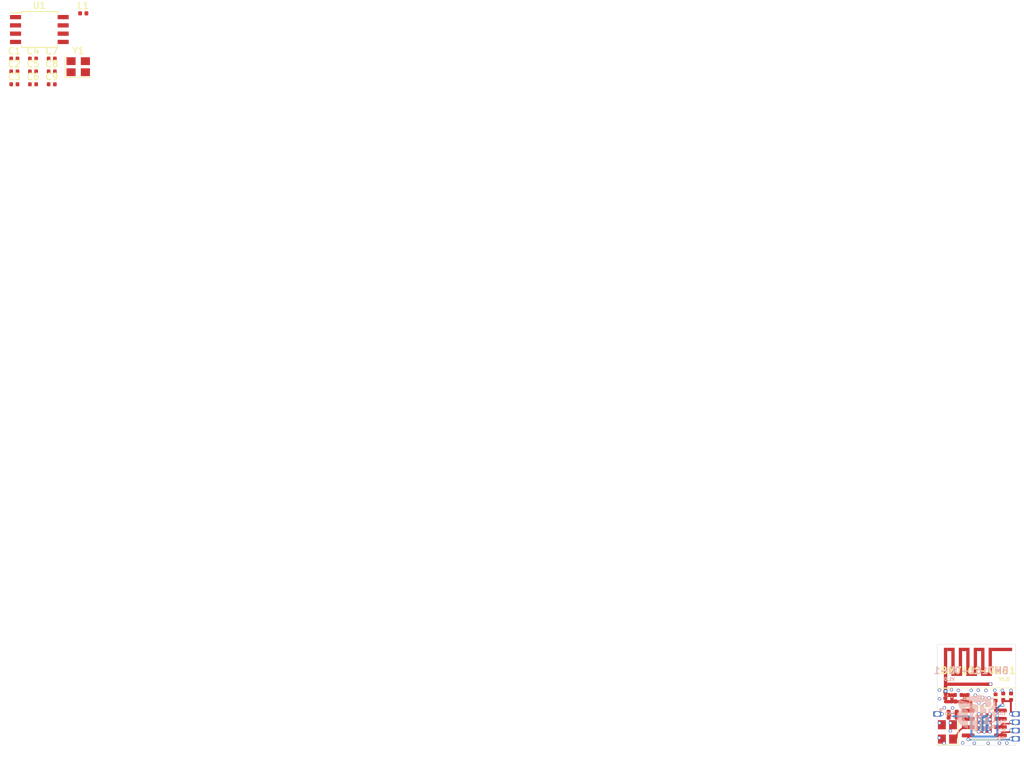
<source format=kicad_pcb>
(kicad_pcb (version 20221018) (generator pcbnew)
  (layers (0 "F.Cu" signal "Top Layer") (31 "B.Cu" signal "Bottom Layer") (34 "B.Paste" user "Bottom Paste") (35 "F.Paste" user "Top Paste") (36 "B.SilkS" user "Bottom Overlay") (37 "F.SilkS" user "Top Overlay") (38 "B.Mask" user "Bottom Solder") (39 "F.Mask" user "Top Solder") (44 "Edge.Cuts" user))
  (net 0 "")
  (net 1 "GND")
  (net 2 "IRQ")
  (net 3 "NetC1_1")
  (net 4 "NetC1_2")
  (net 5 "NetC3_1")
  (net 6 "NetU1_4")
  (net 7 "SCL")
  (net 8 "SDA")
  (net 9 "VDD")
  (net 10 "Net-(E1-A)")
  (net 11 "Net-(C1-Pad2)")
  (net 12 "Net-(C3-Pad1)")
  (net 14 "unconnected-(C5-Pad2)")
  (net 15 "unconnected-(U1-~{RESET}{slash}PB5-Pad1)")
  (net 21 "unconnected-(Y1-Pad1)")
  (footprint "Capacitor_SMD:C_0402_1005Metric" (layer "F.Cu") (at 0.935 9.405)
    (fp_text reference "C2" (at 0 -1.16) (layer "F.SilkS"))
    (fp_text value "1.8pF")
    (pad "1" smd roundrect (at -0.48 0) (size 0.56 0.62) (layers "F.Cu" "F.Paste" "F.Mask") (net 11 "Net-(C1-Pad2)"))
    (pad "2" smd roundrect (at 0.48 0) (size 0.56 0.62) (layers "F.Cu" "F.Paste" "F.Mask") (net 1 "GND"))
  )
  (footprint "Capacitor_SMD:C_0402_1005Metric" (layer "F.Cu") (at 6.675 7.435)
    (fp_text reference "C7" (at 0 -1.16) (layer "F.SilkS"))
    (fp_text value "10nF")
    (pad "1" smd roundrect (at -0.48 0) (size 0.56 0.62) (layers "F.Cu" "F.Paste" "F.Mask") (net 9 "VDD"))
    (pad "2" smd roundrect (at 0.48 0) (size 0.56 0.62) (layers "F.Cu" "F.Paste" "F.Mask") (net 1 "GND"))
  )
  (footprint "Capacitor_SMD:C_0402_1005Metric" (layer "F.Cu") (at 145.4761 108.057745 90)
    (fp_text reference "C8" hide)
    (fp_text value "10nF")
    (pad "1" smd roundrect (at -0.48 0 90) (size 0.56 0.62) (layers "F.Cu" "F.Paste" "F.Mask") (net 9 "VDD"))
    (pad "2" smd roundrect (at 0.48 0 90) (size 0.56 0.62) (layers "F.Cu" "F.Paste" "F.Mask") (net 1 "GND"))
  )
  (footprint "Crystal:Crystal_SMD_Abracon_ABM8G-4Pin_3.2x2.5mm" (layer "F.Cu") (at 10.735 8.675)
    (fp_text reference "Y1" (at 0 -2.45) (layer "F.SilkS"))
    (fp_text value "32MHz/12pF")
    (pad "1" smd rect (at -1.1 0.85) (size 1.4 1.2) (layers "F.Cu" "F.Paste" "F.Mask") (net 21 "unconnected-(Y1-Pad1)"))
    (pad "2" smd rect (at 1.1 0.85) (size 1.4 1.2) (layers "F.Cu" "F.Paste" "F.Mask") (net 1 "GND"))
    (pad "3" smd rect (at 1.1 -0.85) (size 1.4 1.2) (layers "F.Cu" "F.Paste" "F.Mask"))
    (pad "4" smd rect (at -1.1 -0.85) (size 1.4 1.2) (layers "F.Cu" "F.Paste" "F.Mask"))
  )
  (footprint "Package_SO:SOIC-8-1EP_3.9x4.9mm_P1.27mm_EP2.29x3mm_ThermalVias" (layer "F.Cu") (at 149.7011 109.332745)
    (fp_text reference "U1" hide)
    (fp_text value "~")
    (pad "1" smd roundrect (at -2.475 -1.905) (size 1.95 0.6) (layers "F.Cu" "F.Paste" "F.Mask") (net 15 "unconnected-(U1-~{RESET}{slash}PB5-Pad1)"))
    (pad "2" smd roundrect (at -2.475 -0.635) (size 1.95 0.6) (layers "F.Cu" "F.Paste" "F.Mask"))
    (pad "3" smd roundrect (at -2.475 0.635) (size 1.95 0.6) (layers "F.Cu" "F.Paste" "F.Mask"))
    (pad "4" smd roundrect (at -2.475 1.905) (size 1.95 0.6) (layers "F.Cu" "F.Paste" "F.Mask") (net 1 "GND"))
    (pad "5" smd roundrect (at 2.475 1.905) (size 1.95 0.6) (layers "F.Cu" "F.Paste" "F.Mask"))
    (pad "6" smd roundrect (at 2.475 0.635) (size 1.95 0.6) (layers "F.Cu" "F.Paste" "F.Mask"))
    (pad "7" smd roundrect (at 2.475 -0.635) (size 1.95 0.6) (layers "F.Cu" "F.Paste" "F.Mask"))
    (pad "8" smd roundrect (at 2.475 -1.905) (size 1.95 0.6) (layers "F.Cu" "F.Paste" "F.Mask") (net 9 "VDD"))
    (pad "9" thru_hole circle (at -0.65 -1) (size 0.5 0.5) (drill 0.2) (layers "*.Cu"))
    (pad "9" thru_hole circle (at -0.65 0) (size 0.5 0.5) (drill 0.2) (layers "*.Cu"))
    (pad "9" thru_hole circle (at -0.65 1) (size 0.5 0.5) (drill 0.2) (layers "*.Cu"))
    (pad "9" smd rect (at 0 0) (size 1.8 2.5) (layers "B.Cu"))
    (pad "9" smd rect (at 0 0) (size 2.29 3) (layers "F.Cu" "F.Mask"))
    (pad "9" thru_hole circle (at 0.65 -1) (size 0.5 0.5) (drill 0.2) (layers "*.Cu"))
    (pad "9" thru_hole circle (at 0.65 0) (size 0.5 0.5) (drill 0.2) (layers "*.Cu"))
    (pad "9" thru_hole circle (at 0.65 1) (size 0.5 0.5) (drill 0.2) (layers "*.Cu"))
  )
  (footprint "Capacitor_SMD:C_0402_1005Metric" (layer "F.Cu") (at 0.935 7.435)
    (fp_text reference "C1" (at 0 -1.16) (layer "F.SilkS"))
    (fp_text value "0R")
    (pad "1" smd roundrect (at -0.48 0) (size 0.56 0.62) (layers "F.Cu" "F.Paste" "F.Mask") (net 10 "Net-(E1-A)"))
    (pad "2" smd roundrect (at 0.48 0) (size 0.56 0.62) (layers "F.Cu" "F.Paste" "F.Mask") (net 11 "Net-(C1-Pad2)"))
  )
  (footprint "Capacitor_SMD:C_0402_1005Metric" (layer "F.Cu") (at 6.675 11.375)
    (fp_text reference "C9" (at 0 -1.16) (layer "F.SilkS"))
    (fp_text value "2.2uF")
    (pad "1" smd roundrect (at -0.48 0) (size 0.56 0.62) (layers "F.Cu" "F.Paste" "F.Mask") (net 9 "VDD"))
    (pad "2" smd roundrect (at 0.48 0) (size 0.56 0.62) (layers "F.Cu" "F.Paste" "F.Mask") (net 1 "GND"))
  )
  (footprint "Capacitor_SMD:C_0402_1005Metric" (layer "F.Cu") (at 144.7261 105.032745)
    (fp_text reference "C2" hide)
    (fp_text value "1.8pF")
    (pad "1" smd roundrect (at -0.48 0) (size 0.56 0.62) (layers "F.Cu" "F.Paste" "F.Mask") (net 11 "Net-(C1-Pad2)"))
    (pad "2" smd roundrect (at 0.48 0) (size 0.56 0.62) (layers "F.Cu" "F.Paste" "F.Mask") (net 1 "GND"))
  )
  (footprint "Capacitor_SMD:C_0402_1005Metric" (layer "F.Cu") (at 146.6761 105.032745)
    (fp_text reference "C3" hide)
    (fp_text value "N.C.")
    (pad "1" smd roundrect (at -0.48 0) (size 0.56 0.62) (layers "F.Cu" "F.Paste" "F.Mask") (net 12 "Net-(C3-Pad1)"))
    (pad "2" smd roundrect (at 0.48 0) (size 0.56 0.62) (layers "F.Cu" "F.Paste" "F.Mask") (net 1 "GND"))
  )
  (footprint "Inductor_SMD:L_0402_1005Metric" (layer "F.Cu") (at 145.7511 106.032745 180)
    (fp_text reference "L1" hide)
    (fp_text value "3.3nH")
    (pad "1" smd roundrect (at -0.485 0 180) (size 0.59 0.64) (layers "F.Cu" "F.Paste" "F.Mask") (net 11 "Net-(C1-Pad2)"))
    (pad "2" smd roundrect (at 0.485 0 180) (size 0.59 0.64) (layers "F.Cu" "F.Paste" "F.Mask") (net 12 "Net-(C3-Pad1)"))
  )
  (footprint "V1.PcbLib:MHDR1X1" (layer "F.Cu") (at 142.4511 106.313745 90)
    (fp_text reference "P1" hide)
    (fp_text value "Header 1" hide)
    (pad "1" thru_hole roundrect (at -1.634 0.05 90) (size 0.8128 1.27) (drill oval 0.6096 0.8128) (layers "*.Cu" "*.Mask") (roundrect_rratio 0.1) (net 1 "GND"))
  )
  (footprint "Capacitor_SMD:C_0402_1005Metric" (layer "F.Cu") (at 3.805 7.435)
    (fp_text reference "C4" (at 0 -1.16) (layer "F.SilkS"))
    (fp_text value "1pF")
    (pad "1" smd roundrect (at -0.48 0) (size 0.56 0.62) (layers "F.Cu" "F.Paste" "F.Mask") (net 12 "Net-(C3-Pad1)"))
    (pad "2" smd roundrect (at 0.48 0) (size 0.56 0.62) (layers "F.Cu" "F.Paste" "F.Mask"))
  )
  (footprint "Inductor_SMD:L_0402_1005Metric" (layer "F.Cu") (at 11.505 0.495)
    (fp_text reference "L1" (at 0 -1.17) (layer "F.SilkS"))
    (fp_text value "3.3nH")
    (pad "1" smd roundrect (at -0.485 0) (size 0.59 0.64) (layers "F.Cu" "F.Paste" "F.Mask") (net 11 "Net-(C1-Pad2)"))
    (pad "2" smd roundrect (at 0.485 0) (size 0.59 0.64) (layers "F.Cu" "F.Paste" "F.Mask") (net 12 "Net-(C3-Pad1)"))
  )
  (footprint "Package_SO:SOIC-8W_5.3x5.3mm_P1.27mm" (layer "F.Cu") (at 4.775 2.975)
    (fp_text reference "U1" (at 0 -3.68) (layer "F.SilkS"))
    (fp_text value "~")
    (pad "1" smd rect (at -3.65 -1.905) (size 1.7 0.65) (layers "F.Cu" "F.Paste" "F.Mask") (net 15 "unconnected-(U1-~{RESET}{slash}PB5-Pad1)"))
    (pad "2" smd rect (at -3.65 -0.635) (size 1.7 0.65) (layers "F.Cu" "F.Paste" "F.Mask"))
    (pad "3" smd rect (at -3.65 0.635) (size 1.7 0.65) (layers "F.Cu" "F.Paste" "F.Mask"))
    (pad "4" smd rect (at -3.65 1.905) (size 1.7 0.65) (layers "F.Cu" "F.Paste" "F.Mask") (net 1 "GND"))
    (pad "5" smd rect (at 3.65 1.905) (size 1.7 0.65) (layers "F.Cu" "F.Paste" "F.Mask"))
    (pad "6" smd rect (at 3.65 0.635) (size 1.7 0.65) (layers "F.Cu" "F.Paste" "F.Mask"))
    (pad "7" smd rect (at 3.65 -0.635) (size 1.7 0.65) (layers "F.Cu" "F.Paste" "F.Mask"))
    (pad "8" smd rect (at 3.65 -1.905) (size 1.7 0.65) (layers "F.Cu" "F.Paste" "F.Mask") (net 9 "VDD"))
  )
  (footprint "Capacitor_SMD:C_0402_1005Metric" (layer "F.Cu") (at 3.805 9.405)
    (fp_text reference "C5" (at 0 -1.16) (layer "F.SilkS"))
    (fp_text value "1uF")
    (pad "1" smd roundrect (at -0.48 0) (size 0.56 0.62) (layers "F.Cu" "F.Paste" "F.Mask") (net 1 "GND"))
    (pad "2" smd roundrect (at 0.48 0) (size 0.56 0.62) (layers "F.Cu" "F.Paste" "F.Mask") (net 14 "unconnected-(C5-Pad2)"))
  )
  (footprint "Capacitor_SMD:C_0402_1005Metric" (layer "F.Cu") (at 152.6011 105.297745 -90)
    (fp_text reference "C6" hide)
    (fp_text value "2.2uF")
    (pad "1" smd roundrect (at -0.48 0 270) (size 0.56 0.62) (layers "F.Cu" "F.Paste" "F.Mask") (net 1 "GND"))
    (pad "2" smd roundrect (at 0.48 0 270) (size 0.56 0.62) (layers "F.Cu" "F.Paste" "F.Mask") (net 9 "VDD"))
  )
  (footprint "Capacitor_SMD:C_0402_1005Metric" (layer "F.Cu") (at 153.8011 105.297745 90)
    (fp_text reference "C7" hide)
    (fp_text value "10nF")
    (pad "1" smd roundrect (at -0.48 0 90) (size 0.56 0.62) (layers "F.Cu" "F.Paste" "F.Mask") (net 9 "VDD"))
    (pad "2" smd roundrect (at 0.48 0 90) (size 0.56 0.62) (layers "F.Cu" "F.Paste" "F.Mask") (net 1 "GND"))
  )
  (footprint "Capacitor_SMD:C_0402_1005Metric" (layer "F.Cu") (at 0.935 11.375)
    (fp_text reference "C3" (at 0 -1.16) (layer "F.SilkS"))
    (fp_text value "N.C.")
    (pad "1" smd roundrect (at -0.48 0) (size 0.56 0.62) (layers "F.Cu" "F.Paste" "F.Mask") (net 12 "Net-(C3-Pad1)"))
    (pad "2" smd roundrect (at 0.48 0) (size 0.56 0.62) (layers "F.Cu" "F.Paste" "F.Mask") (net 1 "GND"))
  )
  (footprint "Capacitor_SMD:C_0402_1005Metric" (layer "F.Cu") (at 6.675 9.405)
    (fp_text reference "C8" (at 0 -1.16) (layer "F.SilkS"))
    (fp_text value "10nF")
    (pad "1" smd roundrect (at -0.48 0) (size 0.56 0.62) (layers "F.Cu" "F.Paste" "F.Mask") (net 9 "VDD"))
    (pad "2" smd roundrect (at 0.48 0) (size 0.56 0.62) (layers "F.Cu" "F.Paste" "F.Mask") (net 1 "GND"))
  )
  (footprint "Capacitor_SMD:C_0402_1005Metric" (layer "F.Cu") (at 3.805 11.375)
    (fp_text reference "C6" (at 0 -1.16) (layer "F.SilkS"))
    (fp_text value "2.2uF")
    (pad "1" smd roundrect (at -0.48 0) (size 0.56 0.62) (layers "F.Cu" "F.Paste" "F.Mask") (net 1 "GND"))
    (pad "2" smd roundrect (at 0.48 0) (size 0.56 0.62) (layers "F.Cu" "F.Paste" "F.Mask") (net 9 "VDD"))
  )
  (footprint "Capacitor_SMD:C_0402_1005Metric" (layer "F.Cu") (at 151.4261 105.417745 -90)
    (fp_text reference "C5" hide)
    (fp_text value "1uF")
    (pad "1" smd roundrect (at -0.48 0 270) (size 0.56 0.62) (layers "F.Cu" "F.Paste" "F.Mask") (net 1 "GND"))
    (pad "2" smd roundrect (at 0.48 0 270) (size 0.56 0.62) (layers "F.Cu" "F.Paste" "F.Mask") (net 14 "unconnected-(C5-Pad2)"))
  )
  (footprint "Capacitor_SMD:C_0402_1005Metric" (layer "F.Cu") (at 146.6761 106.082745)
    (fp_text reference "C4" hide)
    (fp_text value "1pF")
    (pad "1" smd roundrect (at -0.48 0) (size 0.56 0.62) (layers "F.Cu" "F.Paste" "F.Mask") (net 12 "Net-(C3-Pad1)"))
    (pad "2" smd roundrect (at 0.48 0) (size 0.56 0.62) (layers "F.Cu" "F.Paste" "F.Mask"))
  )
  (footprint "Capacitor_SMD:C_0402_1005Metric" (layer "F.Cu") (at 143.7261 105.057745 -90)
    (fp_text reference "C1" hide)
    (fp_text value "0R")
    (pad "1" smd roundrect (at -0.48 0 270) (size 0.56 0.62) (layers "F.Cu" "F.Paste" "F.Mask") (net 10 "Net-(E1-A)"))
    (pad "2" smd roundrect (at 0.48 0 270) (size 0.56 0.62) (layers "F.Cu" "F.Paste" "F.Mask") (net 11 "Net-(C1-Pad2)"))
  )
  (footprint "ANT1_7_4_6(3.6).PcbLib:2.4G_B_6_4" (layer "F.Cu") (at 143.5011 104.907745)
    (fp_text reference "Designator16" hide)
    (fp_text value "Comment" hide)
    (pad "0" smd rect (at 0.254 -4.064) (size 0.508 6.096) (layers "F.Cu" "F.Paste" "F.Mask"))
    (pad "0" smd rect (at 0.254 -0.7874 180) (size 0.508 1.27) (layers "F.Cu" "F.Paste" "F.Mask"))
    (pad "0" smd rect (at 1.0795 -6.858 90) (size 0.508 1.143) (layers "F.Cu" "F.Paste" "F.Mask"))
    (pad "0" smd rect (at 1.397 -4.699 180) (size 0.508 3.81) (layers "F.Cu" "F.Paste" "F.Mask"))
    (pad "0" smd rect (at 2.2225 -3.048 90) (size 0.508 1.143) (layers "F.Cu" "F.Paste" "F.Mask"))
    (pad "0" smd rect (at 2.54 -5.207 180) (size 0.508 3.81) (layers "F.Cu" "F.Paste" "F.Mask"))
    (pad "0" smd rect (at 3.3655 -6.858 90) (size 0.508 1.143) (layers "F.Cu" "F.Paste" "F.Mask"))
    (pad "0" smd rect (at 3.683 -4.699 180) (size 0.508 3.81) (layers "F.Cu" "F.Paste" "F.Mask"))
    (pad "0" smd rect (at 3.937 -1.524 90) (size 0.508 6.858) (layers "F.Cu" "F.Paste" "F.Mask"))
    (pad "0" smd rect (at 4.5085 -3.048 90) (size 0.508 1.143) (layers "F.Cu" "F.Paste" "F.Mask"))
    (pad "0" smd rect (at 4.826 -5.207 180) (size 0.508 3.81) (layers "F.Cu" "F.Paste" "F.Mask"))
    (pad "0" smd rect (at 5.6515 -6.858 90) (size 0.508 1.143) (layers "F.Cu" "F.Paste" "F.Mask"))
    (pad "0" smd rect (at 5.969 -4.699 180) (size 0.508 3.81) (layers "F.Cu" "F.Paste" "F.Mask"))
    (pad "0" smd rect (at 6.7945 -3.048 90) (size 0.508 1.143) (layers "F.Cu" "F.Paste" "F.Mask"))
    (pad "0" smd rect (at 7.112 -5.207 180) (size 0.508 3.81) (layers "F.Cu" "F.Paste" "F.Mask"))
    (pad "0" smd rect (at 8.9154 -6.858 90) (size 0.508 3.1) (layers "F.Cu" "F.Paste" "F.Mask"))
    (pad "1" thru_hole circle (at 0.254 -0.4572 270) (size 0.6 0.6) (drill 0.3048) (layers "*.Cu" "*.Mask") (net 3 "NetC1_1"))
    (pad "2" smd rect (at 6.9596 -1.524) (size 0.9 0.5) (layers "F.Cu" "F.Paste" "F.Mask") (net 1 "GND"))
  )
  (footprint "Capacitor_SMD:C_0402_1005Metric" (layer "F.Cu") (at 144.2261 108.057745 90)
    (fp_text reference "C9" hide)
    (fp_text value "2.2uF")
    (pad "1" smd roundrect (at -0.48 0 90) (size 0.56 0.62) (layers "F.Cu" "F.Paste" "F.Mask") (net 9 "VDD"))
    (pad "2" smd roundrect (at 0.48 0 90) (size 0.56 0.62) (layers "F.Cu" "F.Paste" "F.Mask") (net 1 "GND"))
  )
  (footprint "Crystal:Crystal_SMD_Abracon_ABM8G-4Pin_3.2x2.5mm" (layer "F.Cu") (at 144.0511 110.697745 90)
    (fp_text reference "Y1" hide)
    (fp_text value "32MHz/12pF")
    (pad "1" smd rect (at -1.1 0.85 90) (size 1.4 1.2) (layers "F.Cu" "F.Paste" "F.Mask") (net 21 "unconnected-(Y1-Pad1)"))
    (pad "2" smd rect (at 1.1 0.85 90) (size 1.4 1.2) (layers "F.Cu" "F.Paste" "F.Mask") (net 1 "GND"))
    (pad "3" smd rect (at 1.1 -0.85 90) (size 1.4 1.2) (layers "F.Cu" "F.Paste" "F.Mask"))
    (pad "4" smd rect (at -1.1 -0.85 90) (size 1.4 1.2) (layers "F.Cu" "F.Paste" "F.Mask"))
  )
  (footprint "V1.PcbLib:MHDR1X4" (layer "F.Cu") (at 154.5011 111.757745 90)
    (fp_text reference "P2" hide)
    (fp_text value "Header 4" hide)
    (pad "1" thru_hole roundrect (at 0 0 90) (size 0.8128 1.27) (drill oval 0.6096 0.8128) (layers "*.Cu" "*.Mask") (roundrect_rratio 0.1) (net 2 "IRQ"))
    (pad "2" thru_hole roundrect (at 1.27 0 90) (size 0.8128 1.27) (drill oval 0.6096 0.8128) (layers "*.Cu" "*.Mask") (roundrect_rratio 0.1) (net 7 "SCL"))
    (pad "3" thru_hole roundrect (at 2.54 0 90) (size 0.8128 1.27) (drill oval 0.6096 0.8128) (layers "*.Cu" "*.Mask") (roundrect_rratio 0.1) (net 8 "SDA"))
    (pad "4" thru_hole roundrect (at 3.81 0 90) (size 0.8128 1.27) (drill oval 0.61 0.8128) (layers "*.Cu" "*.Mask") (roundrect_rratio 0.1) (net 9 "VDD"))
  )
  (footprint "C:_Users_zhengzicong_Desktop_10DFN_BM7161-00-1.PcbLib_logo_0.8" (layer "B.Cu") (at 148.5011 107.957745 180)
    (fp_text reference "Designator6" hide)
    (fp_text value "Comment" hide)
  )
  (gr_arc (start 143.0511 107.307745) (mid 143.033422 107.300423) (end 143.0261 107.282745) (stroke (width 0.5)) (layer "B.SilkS"))
  (gr_line (start 142.5511 103.947745) (end 154.4761 103.947745) (stroke (width 0.076)) (layer "F.SilkS"))
  (gr_arc (start 143.0511 107.307745) (mid 143.033422 107.300423) (end 143.0261 107.282745) (stroke (width 0.5)) (layer "F.SilkS"))
  (gr_line (start 142.5011 97.249455) (end 142.5111 97.259455) (stroke (width 0.05)) (layer "Edge.Cuts"))
  (gr_line (start 142.5011 112.757745) (end 142.5011 97.249455) (stroke (width 0.05)) (layer "Edge.Cuts"))
  (gr_line (start 154.5011 97.259455) (end 154.5011 112.757745) (stroke (width 0.05)) (layer "Edge.Cuts"))
  (gr_line (start 142.5111 97.259455) (end 154.5011 97.259455) (stroke (width 0.05)) (layer "Edge.Cuts"))
  (gr_line (start 154.5011 112.757745) (end 142.5011 112.757745) (stroke (width 0.05)) (layer "Edge.Cuts"))
  (gr_text "BM7161-00-1" (at 153.5511 101.882745 360) (layer "B.SilkS") (effects (font (size 1.016 1.016) (thickness 0.2032)) (justify left bottom mirror)))
  (gr_text "IRQ" (at 153.1011 111.982745) (layer "B.SilkS") (effects (font (size 0.5 0.5) (thickness 0.1)) (justify left bottom mirror)))
  (gr_text "SDA" (at 153.1011 109.432745) (layer "B.SilkS") (effects (font (size 0.5 0.5) (thickness 0.1)) (justify left bottom mirror)))
  (gr_text "VDD" (at 153.0761 108.157745) (layer "B.SilkS") (effects (font (size 0.5 0.5) (thickness 0.1)) (justify left bottom mirror)))
  (gr_text "V1.0" (at 145.2511 102.907745 360) (layer "B.SilkS") (effects (font (size 0.508 0.508) (thickness 0.254) bold) (justify left bottom mirror)))
  (gr_text "SCL" (at 153.1011 110.707745) (layer "B.SilkS") (effects (font (size 0.5 0.5) (thickness 0.1)) (justify left bottom mirror)))
  (gr_text "GND" (at 145.2511 108.182745) (layer "B.SilkS") (effects (font (size 0.5 0.5) (thickness 0.1)) (justify left bottom mirror)))
  (gr_text "BM7161-00-1" (at 142.9011 101.882745) (layer "F.SilkS") (effects (font (size 1.016 1.016) (thickness 0.2032)) (justify left bottom)))
  (gr_text "V1.0" (at 151.8511 102.907745 360) (layer "F.SilkS") (effects (font (size 0.508 0.508) (thickness 0.254) bold) (justify left bottom)))
  (via (at 148.7761 104.307745) (size 0.508) (drill 0.35) (layers "F.Cu" "B.Cu") (net 1))
  (via (at 148.8511 110.682745) (size 0.508) (drill 0.35) (layers "F.Cu" "B.Cu") (net 1))
  (via (at 143.5761 107.007745) (size 0.508) (drill 0.35) (layers "F.Cu" "B.Cu") (net 1))
  (via (at 142.8261 104.282745) (size 0.508) (drill 0.35) (layers "F.Cu" "B.Cu") (net 1))
  (via (at 152.4761 104.332745) (size 0.508) (drill 0.35) (layers "F.Cu" "B.Cu") (net 1))
  (via (at 148.1761 112.432745) (size 0.508) (drill 0.35) (layers "F.Cu" "B.Cu") (net 1))
  (via (at 150.4261 105.482745) (size 0.508) (drill 0.35) (layers "F.Cu" "B.Cu") (net 1))
  (via (at 150.6511 103.382745) (size 0.508) (drill 0.381) (layers "F.Cu" "B.Cu") (net 1))
  (via (at 150.5261 110.682745) (size 0.508) (drill 0.35) (layers "F.Cu" "B.Cu") (net 1))
  (via (at 144.5011 109.332745) (size 0.508) (drill 0.35) (layers "F.Cu" "B.Cu") (net 1))
  (via (at 148.8511 106.232745) (size 0.508) (drill 0.35) (layers "F.Cu" "B.Cu") (net 1))
  (via (at 142.8011 111.607745) (size 0.508) (drill 0.35) (layers "F.Cu" "B.Cu") (net 1))
  (via (at 142.8261 109.332745) (size 0.508) (drill 0.35) (layers "F.Cu" "B.Cu") (net 1))
  (via (at 148.3261 105.057745) (size 0.508) (drill 0.35) (layers "F.Cu" "B.Cu") (net 1))
  (via (at 142.8261 105.607745) (size 0.508) (drill 0.35) (layers "F.Cu" "B.Cu") (net 1))
  (via (at 148.8761 108.807745) (size 0.508) (drill 0.35) (layers "F.Cu" "B.Cu") (net 1))
  (via (at 147.7011 104.332745) (size 0.508) (drill 0.35) (layers "F.Cu" "B.Cu") (net 1))
  (via (at 150.5261 109.657745) (size 0.508) (drill 0.35) (layers "F.Cu" "B.Cu") (net 1))
  (via (at 152.0261 112.407745) (size 0.508) (drill 0.35) (layers "F.Cu" "B.Cu") (net 1))
  (via (at 144.5011 110.532745) (size 0.508) (drill 0.35) (layers "F.Cu" "B.Cu") (net 1))
  (via (at 145.7261 104.332745) (size 0.508) (drill 0.35) (layers "F.Cu" "B.Cu") (net 1))
  (via (at 144.8261 107.032745) (size 0.508) (drill 0.35) (layers "F.Cu" "B.Cu") (net 1))
  (via (at 149.9511 104.332745) (size 0.508) (drill 0.35) (layers "F.Cu" "B.Cu") (net 1))
  (via (at 149.6761 107.932745) (size 0.508) (drill 0.35) (layers "F.Cu" "B.Cu") (net 1))
  (via (at 149.7011 108.782745) (size 0.508) (drill 0.35) (layers "F.Cu" "B.Cu") (net 1))
  (via (at 150.3011 112.432745) (size 0.508) (drill 0.35) (layers "F.Cu" "B.Cu") (net 1))
  (via (at 153.8011 104.332745) (size 0.508) (drill 0.35) (layers "F.Cu" "B.Cu") (net 1))
  (via (at 148.8511 109.657745) (size 0.508) (drill 0.35) (layers "F.Cu" "B.Cu") (net 1))
  (via (at 153.1511 112.407745) (size 0.508) (drill 0.35) (layers "F.Cu" "B.Cu") (net 1))
  (via (at 151.3011 104.332745) (size 0.508) (drill 0.35) (layers "F.Cu" "B.Cu") (net 1))
  (via (at 150.5261 108.782745) (size 0.508) (drill 0.35) (layers "F.Cu" "B.Cu") (net 1))
  (via (at 148.8511 107.932745) (size 0.508) (drill 0.35) (layers "F.Cu" "B.Cu") (net 1))
  (via (at 143.2261 107.957745) (size 0.508) (drill 0.35) (layers "F.Cu" "B.Cu") (net 1))
  (via (at 150.5511 107.932745) (size 0.508) (drill 0.35) (layers "F.Cu" "B.Cu") (net 1))
  (via (at 149.7011 110.682745) (size 0.508) (drill 0.35) (layers "F.Cu" "B.Cu") (net 1))
  (via (at 143.5261 112.432745) (size 0.508) (drill 0.35) (layers "F.Cu" "B.Cu") (net 1))
  (via (at 149.7261 106.557745) (size 0.508) (drill 0.35) (layers "F.Cu" "B.Cu") (net 1))
  (via (at 149.7011 109.657745) (size 0.508) (drill 0.35) (layers "F.Cu" "B.Cu") (net 1))
  (via (at 149.4011 105.432745) (size 0.508) (drill 0.35) (layers "F.Cu" "B.Cu") (net 1))
  (via (at 144.6511 104.232745) (size 0.508) (drill 0.35) (layers "F.Cu" "B.Cu") (net 1))
  (segment (start 147.1011 111.237745) (end 147.2261 111.362745) (width 0.254) (layer "F.Cu") (net 2))
  (segment (start 147.2261 111.932745) (end 147.2261 111.362745) (width 0.254) (layer "F.Cu") (net 2))
  (via (at 153.7761 111.757745) (size 0.508) (drill 0.35) (layers "F.Cu" "B.Cu") (net 2))
  (via (at 147.2261 111.857745) (size 0.508) (drill 0.35) (layers "F.Cu" "B.Cu") (net 2))
  (segment (start 147.3551 111.884745) (end 153.6491 111.884745) (width 0.254) (layer "B.Cu") (net 2))
  (segment (start 153.7761 111.757745) (end 154.5011 111.757745) (width 0.254) (layer "B.Cu") (net 2))
  (segment (start 147.3531 111.882745) (end 147.3551 111.884745) (width 0.254) (layer "B.Cu") (net 2))
  (segment (start 153.6491 111.884745) (end 153.7761 111.757745) (width 0.254) (layer "B.Cu") (net 2))
  (segment (start 143.7515 105.032745) (end 143.7515 104.257745) (width 0.5) (layer "F.Cu") (net 3))
  (segment (start 143.7515 106.065745) (end 144.7341 106.065745) (width 0.5) (layer "F.Cu") (net 4))
  (segment (start 144.7341 106.065745) (end 144.7341 105.007345) (width 0.5) (layer "F.Cu") (net 4))
  (segment (start 145.7431 106.058145) (end 146.68411 106.058145) (width 0.5) (layer "F.Cu") (net 5))
  (segment (start 146.68411 106.058145) (end 146.68411 106.057345) (width 0.5) (layer "F.Cu") (net 5))
  (segment (start 146.68411 106.057345) (end 146.68411 105.007345) (width 0.5) (layer "F.Cu") (net 5))
  (segment (start 145.46007 111.616545) (end 145.46007 111.608775) (width 0.254) (layer "F.Cu") (net 6))
  (arc (start 145.46007 111.608775) (mid 145.940717 110.448392) (end 147.1011 109.967745) (width 0.254) (layer "F.Cu") (net 6))
  (segment (start 153.7761 110.337745) (end 153.8011 110.362745) (width 0.254) (layer "F.Cu") (net 7))
  (segment (start 153.8011 110.457745) (end 153.8011 110.362745) (width 0.254) (layer "F.Cu") (net 7))
  (segment (start 152.7061 110.732745) (end 153.5011 110.732745) (width 0.254) (layer "F.Cu") (net 7))
  (segment (start 153.7761 110.457745) (end 153.7761 110.337745) (width 0.254) (layer "F.Cu") (net 7))
  (via (at 153.8011 110.457745) (size 0.508) (drill 0.35) (layers "F.Cu" "B.Cu") (net 7))
  (arc (start 152.2011 111.237745) (mid 152.349011 110.880656) (end 152.7061 110.732745) (width 0.254) (layer "F.Cu") (net 7))
  (arc (start 153.7761 110.457745) (mid 153.695554 110.652199) (end 153.5011 110.732745) (width 0.254) (layer "F.Cu") (net 7))
  (segment (start 153.7761 109.062745) (end 153.8011 109.087745) (width 0.254) (layer "F.Cu") (net 8))
  (segment (start 152.7361 109.432745) (end 153.5011 109.432745) (width 0.254) (layer "F.Cu") (net 8))
  (segment (start 153.7761 109.157745) (end 153.7761 109.062745) (width 0.254) (layer "F.Cu") (net 8))
  (segment (start 153.8011 109.157745) (end 153.8011 109.087745) (width 0.254) (layer "F.Cu") (net 8))
  (via (at 153.8011 109.157745) (size 0.508) (drill 0.35) (layers "F.Cu" "B.Cu") (net 8))
  (arc (start 153.7761 109.157745) (mid 153.695554 109.352199) (end 153.5011 109.432745) (width 0.254) (layer "F.Cu") (net 8))
  (arc (start 152.2011 109.967745) (mid 152.357798 109.589443) (end 152.7361 109.432745) (width 0.254) (layer "F.Cu") (net 8))
  (segment (start 151.67655 108.182525) (end 151.72633 108.157745) (width 0.3) (layer "F.Cu") (net 9))
  (segment (start 152.19177 108.697745) (end 152.3011 108.697745) (width 0.3) (layer "F.Cu") (net 9))
  (segment (start 151.68724 108.171825) (end 151.69085 108.171825) (width 0.3) (layer "F.Cu") (net 9))
  (segment (start 144.2007 108.049745) (end 145.4507 108.049745) (width 0.5) (layer "F.Cu") (net 9))
  (segment (start 152.5011 106.587745) (end 152.5011 105.982745) (width 0.3) (layer "F.Cu") (net 9))
  (segment (start 152.5091 105.974745) (end 153.8007 105.974745) (width 0.3) (layer "F.Cu") (net 9))
  (segment (start 152.5011 105.982745) (end 152.5091 105.974745) (width 0.3) (layer "F.Cu") (net 9))
  (segment (start 145.7087 108.307745) (end 146.7111 108.307745) (width 0.3) (layer "F.Cu") (net 9))
  (segment (start 151.70155 108.182525) (end 151.72633 108.157745) (width 0.3) (layer "F.Cu") (net 9))
  (segment (start 151.69085 108.171825) (end 151.70155 108.182525) (width 0.3) (layer "F.Cu") (net 9))
  (segment (start 153.7761 107.932745) (end 153.7761 106.084135) (width 0.3) (layer "F.Cu") (net 9))
  (segment (start 151.67655 108.182525) (end 151.68724 108.171825) (width 0.3) (layer "F.Cu") (net 9))
  (via (at 152.5011 106.587745) (size 0.508) (drill 0.35) (layers "F.Cu" "B.Cu") (net 9))
  (via (at 144.8261 108.057745) (size 0.508) (drill 0.35) (layers "F.Cu" "B.Cu") (net 9))
  (via (at 151.67655 108.182525) (size 0.508) (drill 0.35) (layers "F.Cu" "B.Cu") (net 9))
  (via (at 153.7761 107.932745) (size 0.508) (drill 0.35) (layers "F.Cu" "B.Cu") (net 9))
  (arc (start 152.19177 108.697745) (mid 151.827454 108.546841) (end 151.67655 108.182525) (width 0.3) (layer "F.Cu") (net 9))
  (arc (start 146.7111 108.307745) (mid 146.986872 108.421973) (end 147.1011 108.697745) (width 0.3) (layer "F.Cu") (net 9))
  (arc (start 145.7087 108.307745) (mid 145.526266 108.232179) (end 145.4507 108.049745) (width 0.3) (layer "F.Cu") (net 9))
  (arc (start 153.7761 106.034135) (mid 153.782493 106.001993) (end 153.8007 105.974745) (width 0.3) (layer "F.Cu") (net 9))
  (segment (start 151.70155 108.182525) (end 151.70155 107.387295) (width 0.3) (layer "B.Cu") (net 9))
  (segment (start 147.7261 111.007745) (end 147.7261 108.907745) (width 0.3) (layer "B.Cu") (net 9))
  (segment (start 151.7011 110.932745) (end 151.7011 108.182975) (width 0.3) (layer "B.Cu") (net 9))
  (segment (start 151.67655 108.182525) (end 151.72633 108.157745) (width 0.3) (layer "B.Cu") (net 9))
  (segment (start 151.7011 108.182975) (end 151.70155 108.182525) (width 0.3) (layer "B.Cu") (net 9))
  (segment (start 151.67655 108.182525) (end 151.68724 108.171825) (width 0.3) (layer "B.Cu") (net 9))
  (segment (start 148.1261 111.407745) (end 151.2261 111.407745) (width 0.3) (layer "B.Cu") (net 9))
  (segment (start 151.68724 108.171825) (end 151.69085 108.171825) (width 0.3) (layer "B.Cu") (net 9))
  (segment (start 151.69085 108.171825) (end 151.70155 108.182525) (width 0.3) (layer "B.Cu") (net 9))
  (segment (start 151.70155 108.182525) (end 151.72633 108.157745) (width 0.3) (layer "B.Cu") (net 9))
  (segment (start 145.0761 108.307745) (end 147.1261 108.307745) (width 0.3) (layer "B.Cu") (net 9))
  (arc (start 147.1261 108.307745) (mid 147.550364 108.483481) (end 147.7261 108.907745) (width 0.3) (layer "B.Cu") (net 9))
  (arc (start 151.7011 110.932745) (mid 151.561976 111.268621) (end 151.2261 111.407745) (width 0.3) (layer "B.Cu") (net 9))
  (arc (start 148.1261 111.407745) (mid 147.843257 111.290588) (end 147.7261 111.007745) (width 0.3) (layer "B.Cu") (net 9))
  (arc (start 151.70155 107.387295) (mid 151.935733 106.821928) (end 152.5011 106.587745) (width 0.3) (layer "B.Cu") (net 9))
  (arc (start 145.0761 108.307745) (mid 144.899323 108.234522) (end 144.8261 108.057745) (width 0.3) (layer "B.Cu") (net 9))
  (segment (start 151.4515 106.578145) (end 151.4515 105.990745) (width 0.3) (layer "F.Cu") (net 14))
  (arc (start 152.3011 107.427745) (mid 151.700342 107.178903) (end 151.4515 106.578145) (width 0.3) (layer "F.Cu") (net 14))
  (segment (start 147.6841 107.224745) (end 147.6841 106.057345) (width 0.35) (layer "F.Cu") (net 15))
  (segment (start 147.4811 107.427745) (end 147.6841 107.224745) (width 0.35) (layer "F.Cu") (net 15))
  (segment (start 147.1011 107.427745) (end 147.4811 107.427745) (width 0.35) (layer "F.Cu") (net 15))
  (via (at 146.3761 112.382745) (size 0.508) (drill 0.35) (layers "F.Cu" "B.Cu") (net 21))
)
</source>
